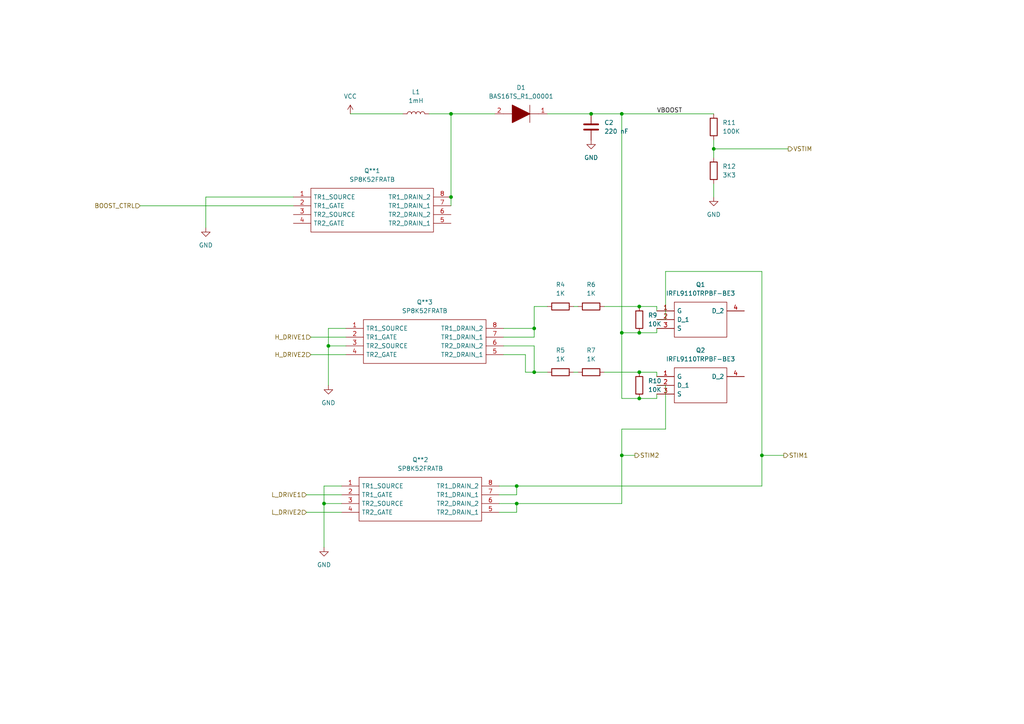
<source format=kicad_sch>
(kicad_sch (version 20211123) (generator eeschema)
  (paper "A4")
  (lib_symbols
    (symbol "Device:C" (pin_numbers hide) (pin_names (offset 0.254))
      (property "Reference" "C" (at 0.635 2.54 0))
      (property "Value" "C" (at 0.635 -2.54 0))
      (symbol "C_0_1"
        (polyline (pts (xy -2.032 -0.762) (xy 2.032 -0.762)) (stroke (width 0.508)))
        (polyline (pts (xy -2.032 0.762) (xy 2.032 0.762)) (stroke (width 0.508)))
      )
      (symbol "C_1_1"
        (pin passive line (at 0 3.81 270) (length 2.794) (name "~") (number "1"))
        (pin passive line (at 0 -3.81 90) (length 2.794) (name "~") (number "2"))
      )
    )
    (symbol "Device:L" (pin_numbers hide) (pin_names (offset 1.016) hide)
      (property "Reference" "L" (at -1.27 0 90))
      (property "Value" "L" (at 1.905 0 90))
      (symbol "L_0_1"
        (arc (start 0 -2.54) (mid 0.635 -1.905) (end 0 -1.27))
        (arc (start 0 -1.27) (mid 0.635 -0.635) (end 0 0))
        (arc (start 0 0) (mid 0.635 0.635) (end 0 1.27))
        (arc (start 0 1.27) (mid 0.635 1.905) (end 0 2.54))
      )
      (symbol "L_1_1"
        (pin passive line (at 0 3.81 270) (length 1.27) (name "1") (number "1"))
        (pin passive line (at 0 -3.81 90) (length 1.27) (name "2") (number "2"))
      )
    )
    (symbol "Device:R" (pin_numbers hide) (pin_names (offset 0))
      (property "Reference" "R" (at 2.032 0 90))
      (property "Value" "R" (at 0 0 90))
      (symbol "R_0_1"
        (rectangle (start -1.016 -2.54) (end 1.016 2.54) (stroke (width 0.254)))
      )
      (symbol "R_1_1"
        (pin passive line (at 0 3.81 270) (length 1.27) (name "~") (number "1"))
        (pin passive line (at 0 -3.81 90) (length 1.27) (name "~") (number "2"))
      )
    )
    (symbol "Library:BAS16TS_R1_00001" (pin_names (offset 0.762))
      (property "Reference" "D1" (at 3.81 -6.3499 90))
      (property "Value" "BAS16TS_R1_00001" (at 3.81 -8.8899 90))
      (symbol "BAS16TS_R1_00001_0_0"
        (pin passive line (at 0 0 0) (length 2.54) (name "~") (number "1"))
        (pin passive line (at 15.24 0 180) (length 2.54) (name "~") (number "2"))
      )
      (symbol "BAS16TS_R1_00001_0_1"
        (polyline (pts (xy 2.54 0) (xy 5.08 0)) (stroke (width 0.1524)))
        (polyline (pts (xy 5.08 2.54) (xy 5.08 -2.54)) (stroke (width 0.1524)))
        (polyline (pts (xy 10.16 0) (xy 12.7 0)) (stroke (width 0.1524)))
        (polyline (pts (xy 5.08 0) (xy 10.16 2.54) (xy 10.16 -2.54) (xy 5.08 0)) (stroke (width 0.254)) (fill (type outline)))
      )
    )
    (symbol "Library:IRFL9110TRPBF-BE3" (pin_names (offset 0.762))
      (property "Reference" "Q" (at 21.59 7.62 0))
      (property "Value" "IRFL9110TRPBF-BE3" (at 21.59 5.08 0))
      (symbol "IRFL9110TRPBF-BE3_0_0"
        (pin passive line (at 0 0 0) (length 5.08) (name "G") (number "1"))
        (pin passive line (at 0 -2.54 0) (length 5.08) (name "D_1") (number "2"))
        (pin passive line (at 0 -5.08 0) (length 5.08) (name "S") (number "3"))
        (pin passive line (at 25.4 0 180) (length 5.08) (name "D_2") (number "4"))
      )
      (symbol "IRFL9110TRPBF-BE3_0_1"
        (polyline (pts (xy 5.08 2.54) (xy 20.32 2.54) (xy 20.32 -7.62) (xy 5.08 -7.62) (xy 5.08 2.54)) (stroke (width 0.1524)))
      )
    )
    (symbol "Library:SP8K52FRATB" (pin_names (offset 0.762))
      (property "Reference" "Q**" (at 22.86 7.62 0))
      (property "Value" "SP8K52FRATB" (at 22.86 5.08 0))
      (symbol "SP8K52FRATB_0_0"
        (pin passive line (at 0 0 0) (length 5.08) (name "TR1_SOURCE") (number "1"))
        (pin passive line (at 0 -2.54 0) (length 5.08) (name "TR1_GATE") (number "2"))
        (pin passive line (at 0 -5.08 0) (length 5.08) (name "TR2_SOURCE") (number "3"))
        (pin passive line (at 0 -7.62 0) (length 5.08) (name "TR2_GATE") (number "4"))
        (pin passive line (at 45.72 -7.62 180) (length 5.08) (name "TR2_DRAIN_1") (number "5"))
        (pin passive line (at 45.72 -5.08 180) (length 5.08) (name "TR2_DRAIN_2") (number "6"))
        (pin passive line (at 45.72 -2.54 180) (length 5.08) (name "TR1_DRAIN_1") (number "7"))
        (pin passive line (at 45.72 0 180) (length 5.08) (name "TR1_DRAIN_2") (number "8"))
      )
      (symbol "SP8K52FRATB_0_1"
        (polyline (pts (xy 5.08 2.54) (xy 40.64 2.54) (xy 40.64 -10.16) (xy 5.08 -10.16) (xy 5.08 2.54)) (stroke (width 0.1524)))
      )
    )
    (symbol "power:GND" (power) (pin_names (offset 0))
      (property "Value" "GND" (at 0 -3.81 0))
      (symbol "GND_0_1"
        (polyline (pts (xy 0 0) (xy 0 -1.27) (xy 1.27 -1.27) (xy 0 -2.54) (xy -1.27 -1.27) (xy 0 -1.27)))
      )
      (symbol "GND_1_1"
        (pin power_in line (at 0 0 270) (length 0) hide (name "GND") (number "1"))
      )
    )
    (symbol "power:VCC" (power) (pin_names (offset 0))
      (property "Value" "VCC" (at 0 3.81 0))
      (symbol "VCC_0_1"
        (polyline (pts (xy -0.762 1.27) (xy 0 2.54)))
        (polyline (pts (xy 0 0) (xy 0 2.54)))
        (polyline (pts (xy 0 2.54) (xy 0.762 1.27)))
      )
      (symbol "VCC_1_1"
        (pin power_in line (at 0 0 90) (length 0) hide (name "VCC") (number "1"))
      )
    )
  )
  (junction (at 185.42 96.52))
  (junction (at 95.25 100.33))
  (junction (at 149.86 140.97))
  (junction (at 180.34 96.52))
  (junction (at 154.94 107.95))
  (junction (at 149.86 146.05))
  (junction (at 154.94 95.25))
  (junction (at 130.81 57.15))
  (junction (at 130.81 33.02))
  (junction (at 185.42 115.57))
  (junction (at 207.01 43.18))
  (junction (at 185.42 107.95))
  (junction (at 185.42 88.9))
  (junction (at 180.34 33.02))
  (junction (at 171.45 33.02))
  (junction (at 180.34 132.08))
  (junction (at 220.98 132.08))
  (junction (at 93.98 146.05))
  (wire (pts (xy 59.69 57.15) (xy 59.69 66.04)))
  (wire (pts (xy 190.5 107.95) (xy 190.5 109.22)))
  (wire (pts (xy 154.94 95.25) (xy 154.94 97.79)))
  (wire (pts (xy 166.37 88.9) (xy 167.64 88.9)))
  (wire (pts (xy 207.01 43.18) (xy 207.01 45.72)))
  (wire (pts (xy 93.98 158.75) (xy 93.98 146.05)))
  (wire (pts (xy 88.9 143.51) (xy 99.06 143.51)))
  (wire (pts (xy 95.25 100.33) (xy 100.33 100.33)))
  (wire (pts (xy 88.9 148.59) (xy 99.06 148.59)))
  (wire (pts (xy 180.34 33.02) (xy 180.34 96.52)))
  (wire (pts (xy 190.5 111.76) (xy 193.04 111.76)))
  (wire (pts (xy 130.81 33.02) (xy 143.51 33.02)))
  (wire (pts (xy 154.94 88.9) (xy 158.75 88.9)))
  (wire (pts (xy 146.05 95.25) (xy 154.94 95.25)))
  (wire (pts (xy 180.34 115.57) (xy 185.42 115.57)))
  (wire (pts (xy 144.78 140.97) (xy 149.86 140.97)))
  (wire (pts (xy 95.25 95.25) (xy 95.25 100.33)))
  (wire (pts (xy 152.4 107.95) (xy 152.4 102.87)))
  (wire (pts (xy 175.26 107.95) (xy 185.42 107.95)))
  (wire (pts (xy 124.46 33.02) (xy 130.81 33.02)))
  (wire (pts (xy 193.04 111.76) (xy 193.04 124.46)))
  (wire (pts (xy 93.98 146.05) (xy 99.06 146.05)))
  (wire (pts (xy 154.94 107.95) (xy 158.75 107.95)))
  (wire (pts (xy 193.04 92.71) (xy 193.04 78.74)))
  (wire (pts (xy 171.45 33.02) (xy 180.34 33.02)))
  (wire (pts (xy 95.25 100.33) (xy 95.25 111.76)))
  (wire (pts (xy 185.42 96.52) (xy 190.5 96.52)))
  (wire (pts (xy 149.86 146.05) (xy 180.34 146.05)))
  (wire (pts (xy 190.5 114.3) (xy 190.5 115.57)))
  (wire (pts (xy 100.33 95.25) (xy 95.25 95.25)))
  (wire (pts (xy 149.86 143.51) (xy 149.86 140.97)))
  (wire (pts (xy 154.94 107.95) (xy 152.4 107.95)))
  (wire (pts (xy 130.81 57.15) (xy 130.81 59.69)))
  (wire (pts (xy 190.5 88.9) (xy 190.5 90.17)))
  (wire (pts (xy 93.98 140.97) (xy 99.06 140.97)))
  (wire (pts (xy 180.34 124.46) (xy 180.34 132.08)))
  (wire (pts (xy 93.98 146.05) (xy 93.98 140.97)))
  (wire (pts (xy 152.4 102.87) (xy 146.05 102.87)))
  (wire (pts (xy 220.98 140.97) (xy 220.98 132.08)))
  (wire (pts (xy 40.64 59.69) (xy 85.09 59.69)))
  (wire (pts (xy 90.17 102.87) (xy 100.33 102.87)))
  (wire (pts (xy 149.86 148.59) (xy 149.86 146.05)))
  (wire (pts (xy 144.78 148.59) (xy 149.86 148.59)))
  (wire (pts (xy 146.05 100.33) (xy 154.94 100.33)))
  (wire (pts (xy 220.98 132.08) (xy 227.33 132.08)))
  (wire (pts (xy 180.34 146.05) (xy 180.34 132.08)))
  (wire (pts (xy 220.98 78.74) (xy 220.98 132.08)))
  (wire (pts (xy 175.26 88.9) (xy 185.42 88.9)))
  (wire (pts (xy 180.34 96.52) (xy 180.34 115.57)))
  (wire (pts (xy 180.34 132.08) (xy 184.15 132.08)))
  (wire (pts (xy 101.6 33.02) (xy 116.84 33.02)))
  (wire (pts (xy 130.81 33.02) (xy 130.81 57.15)))
  (wire (pts (xy 180.34 124.46) (xy 193.04 124.46)))
  (wire (pts (xy 90.17 97.79) (xy 100.33 97.79)))
  (wire (pts (xy 154.94 97.79) (xy 146.05 97.79)))
  (wire (pts (xy 149.86 140.97) (xy 220.98 140.97)))
  (wire (pts (xy 144.78 146.05) (xy 149.86 146.05)))
  (wire (pts (xy 190.5 96.52) (xy 190.5 95.25)))
  (wire (pts (xy 144.78 143.51) (xy 149.86 143.51)))
  (wire (pts (xy 185.42 88.9) (xy 190.5 88.9)))
  (wire (pts (xy 180.34 96.52) (xy 185.42 96.52)))
  (wire (pts (xy 85.09 57.15) (xy 59.69 57.15)))
  (wire (pts (xy 193.04 78.74) (xy 220.98 78.74)))
  (wire (pts (xy 207.01 40.64) (xy 207.01 43.18)))
  (wire (pts (xy 180.34 33.02) (xy 207.01 33.02)))
  (wire (pts (xy 190.5 92.71) (xy 193.04 92.71)))
  (wire (pts (xy 207.01 53.34) (xy 207.01 57.15)))
  (wire (pts (xy 154.94 107.95) (xy 154.94 100.33)))
  (wire (pts (xy 154.94 88.9) (xy 154.94 95.25)))
  (wire (pts (xy 158.75 33.02) (xy 171.45 33.02)))
  (wire (pts (xy 207.01 43.18) (xy 228.6 43.18)))
  (wire (pts (xy 185.42 107.95) (xy 190.5 107.95)))
  (wire (pts (xy 166.37 107.95) (xy 167.64 107.95)))
  (wire (pts (xy 185.42 115.57) (xy 190.5 115.57)))
  (label "VBOOST" (at 190.5 33.02 0))
  (hierarchical_label "H_DRIVE2" (shape input) (at 90.17 102.87 180))
  (hierarchical_label "L_DRIVE2" (shape input) (at 88.9 148.59 180))
  (hierarchical_label "BOOST_CTRL" (shape input) (at 40.64 59.69 180))
  (hierarchical_label "VSTIM" (shape output) (at 228.6 43.18 0))
  (hierarchical_label "STIM2" (shape output) (at 184.15 132.08 0))
  (hierarchical_label "H_DRIVE1" (shape input) (at 90.17 97.79 180))
  (hierarchical_label "L_DRIVE1" (shape input) (at 88.9 143.51 180))
  (hierarchical_label "STIM1" (shape output) (at 227.33 132.08 0))
  (symbol (lib_id "Device:R") (at 207.01 36.83 0) (unit 1)
    (property "Reference" "R11" (at 209.55 35.5599 0) (effects (justify left)))
    (property "Value" "100K" (at 209.55 38.0999 0) (effects (justify left)))
    (property "Footprint" "Resistor_SMD:R_1206_3216Metric_Pad1.30x1.75mm_HandSolder" (effects hide))
  )
  (symbol (lib_id "Library:BAS16TS_R1_00001") (at 158.75 33.02 180) (unit 1)
    (property "Reference" "D1" (at 151.13 25.4 0))
    (property "Value" "BAS16TS_R1_00001" (at 151.13 27.94 0))
    (property "Footprint" "Library:BAS16TS_R1_00001" (effects hide))
    (property "Datasheet" "https://eu.mouser.com/datasheet/2/1057/BAS16TS-1875670.pdf" (effects hide))
    (property "Description" "Diodes - General Purpose, Power, Switching A6/TR/13\"/RoHS/12K/SOD-523/SWI/SOD/USM-02AA/USM02-QI42/PJ///" (effects hide))
    (property "Height" "0.65" (effects hide))
    (property "Manufacturer_Name" "PANJIT" (effects hide))
    (property "Manufacturer_Part_Number" "BAS16TS_R1_00001" (effects hide))
    (property "Mouser Part Number" "241-BAS16TS_R1_00001" (effects hide))
    (property "Mouser Price/Stock" "https://www.mouser.co.uk/ProductDetail/Panjit/BAS16TS_R1_00001?qs=sPbYRqrBIVkk0IRTyt6GmQ%3D%3D" (effects hide))
  )
  (symbol (lib_id "Library:SP8K52FRATB") (at 100.33 95.25 0) (unit 1)
    (property "Reference" "Q**3" (at 123.19 87.63 0))
    (property "Value" "SP8K52FRATB" (at 123.19 90.17 0))
    (property "Footprint" "Library:SP8K52FRATB" (effects hide))
    (property "Datasheet" "https://www.mouser.com/datasheet/2/348/sp8k52fra-e-1266313.pdf" (effects hide))
    (property "Description" "MOSFET Nch+Nch 100V Vds 3A 0.135Rds(on) 8.5Qg" (effects hide))
    (property "Height" "1.75" (effects hide))
    (property "Manufacturer_Name" "ROHM Semiconductor" (effects hide))
    (property "Manufacturer_Part_Number" "SP8K52FRATB" (effects hide))
    (property "Mouser Part Number" "755-SP8K52FRATB" (effects hide))
    (property "Mouser Price/Stock" "https://www.mouser.co.uk/ProductDetail/ROHM-Semiconductor/SP8K52FRATB?qs=4v%252BiZTmLVHHfw5jD3YyJ%252Bg%3D%3D" (effects hide))
  )
  (symbol (lib_id "Device:R") (at 185.42 111.76 0) (unit 1)
    (property "Reference" "R10" (at 187.96 110.4899 0) (effects (justify left)))
    (property "Value" "10K" (at 187.96 113.0299 0) (effects (justify left)))
    (property "Footprint" "Resistor_SMD:R_1206_3216Metric_Pad1.30x1.75mm_HandSolder" (effects hide))
  )
  (symbol (lib_id "power:GND") (at 59.69 66.04 0) (unit 1)
    (property "Reference" "#PWR0115" (effects hide))
    (property "Value" "GND" (at 59.69 71.12 0))
  )
  (symbol (lib_id "power:GND") (at 95.25 111.76 0) (unit 1)
    (property "Reference" "#PWR0116" (effects hide))
    (property "Value" "GND" (at 95.25 116.84 0))
  )
  (symbol (lib_id "Device:L") (at 120.65 33.02 90) (unit 1)
    (property "Reference" "L1" (at 120.65 26.67 90))
    (property "Value" "1mH" (at 120.65 29.21 90))
    (property "Footprint" "Library:LPS6225-105MRC" (effects hide))
  )
  (symbol (lib_id "Library:IRFL9110TRPBF-BE3") (at 190.5 109.22 0) (unit 1)
    (property "Reference" "Q2" (at 203.2 101.6 0))
    (property "Value" "IRFL9110TRPBF-BE3" (at 203.2 104.14 0))
    (property "Footprint" "Library:IRFL9110TRPBF-BE3" (effects hide))
    (property "Datasheet" "https://www.vishay.com/docs/91196/sihfl911.pdf" (effects hide))
    (property "Description" "MOSFET 100V P-CH MOSFET (D-S)" (effects hide))
    (property "Height" "1.8" (effects hide))
    (property "Mouser Part Number" "78-IRFL9110TRPBF-BE3" (effects hide))
    (property "Mouser Price/Stock" "https://www.mouser.co.uk/ProductDetail/Vishay-Siliconix/IRFL9110TRPBF-BE3?qs=7MVldsJ5UaxpERaG2Aoxtg%3D%3D" (effects hide))
    (property "Manufacturer_Name" "Vishay" (effects hide))
    (property "Manufacturer_Part_Number" "IRFL9110TRPBF-BE3" (effects hide))
  )
  (symbol (lib_id "Device:C") (at 171.45 36.83 0) (unit 1)
    (property "Reference" "C2" (at 175.26 35.5599 0) (effects (justify left)))
    (property "Value" "220 nF" (at 175.26 38.0999 0) (effects (justify left)))
    (property "Footprint" "Capacitor_SMD:C_1206_3216Metric_Pad1.33x1.80mm_HandSolder" (effects hide))
  )
  (symbol (lib_id "Library:SP8K52FRATB") (at 85.09 57.15 0) (unit 1)
    (property "Reference" "Q**1" (at 107.95 49.53 0))
    (property "Value" "SP8K52FRATB" (at 107.95 52.07 0))
    (property "Footprint" "Library:SP8K52FRATB" (effects hide))
    (property "Datasheet" "https://www.mouser.com/datasheet/2/348/sp8k52fra-e-1266313.pdf" (effects hide))
    (property "Description" "MOSFET Nch+Nch 100V Vds 3A 0.135Rds(on) 8.5Qg" (effects hide))
    (property "Height" "1.75" (effects hide))
    (property "Manufacturer_Name" "ROHM Semiconductor" (effects hide))
    (property "Manufacturer_Part_Number" "SP8K52FRATB" (effects hide))
    (property "Mouser Part Number" "755-SP8K52FRATB" (effects hide))
    (property "Mouser Price/Stock" "https://www.mouser.co.uk/ProductDetail/ROHM-Semiconductor/SP8K52FRATB?qs=4v%252BiZTmLVHHfw5jD3YyJ%252Bg%3D%3D" (effects hide))
  )
  (symbol (lib_id "power:GND") (at 93.98 158.75 0) (unit 1)
    (property "Reference" "#PWR0117" (effects hide))
    (property "Value" "GND" (at 93.98 163.83 0))
  )
  (symbol (lib_id "Device:R") (at 171.45 88.9 270) (unit 1)
    (property "Reference" "R6" (at 171.45 82.55 90))
    (property "Value" "1K" (at 171.45 85.09 90))
    (property "Footprint" "Resistor_SMD:R_1206_3216Metric_Pad1.30x1.75mm_HandSolder" (effects hide))
  )
  (symbol (lib_id "Library:IRFL9110TRPBF-BE3") (at 190.5 90.17 0) (unit 1)
    (property "Reference" "Q1" (at 203.2 82.55 0))
    (property "Value" "IRFL9110TRPBF-BE3" (at 203.2 85.09 0))
    (property "Footprint" "Library:IRFL9110TRPBF-BE3" (effects hide))
    (property "Datasheet" "https://www.vishay.com/docs/91196/sihfl911.pdf" (effects hide))
    (property "Description" "MOSFET 100V P-CH MOSFET (D-S)" (effects hide))
    (property "Height" "1.8" (effects hide))
    (property "Mouser Part Number" "78-IRFL9110TRPBF-BE3" (effects hide))
    (property "Mouser Price/Stock" "https://www.mouser.co.uk/ProductDetail/Vishay-Siliconix/IRFL9110TRPBF-BE3?qs=7MVldsJ5UaxpERaG2Aoxtg%3D%3D" (effects hide))
    (property "Manufacturer_Name" "Vishay" (effects hide))
    (property "Manufacturer_Part_Number" "IRFL9110TRPBF-BE3" (effects hide))
  )
  (symbol (lib_id "power:VCC") (at 101.6 33.02 0) (unit 1)
    (property "Reference" "#PWR0114" (effects hide))
    (property "Value" "VCC" (at 101.6 27.94 0))
  )
  (symbol (lib_id "Device:R") (at 162.56 88.9 270) (unit 1)
    (property "Reference" "R4" (at 162.56 82.55 90))
    (property "Value" "1K" (at 162.56 85.09 90))
    (property "Footprint" "Resistor_SMD:R_1206_3216Metric_Pad1.30x1.75mm_HandSolder" (effects hide))
  )
  (symbol (lib_id "Device:R") (at 185.42 92.71 0) (unit 1)
    (property "Reference" "R9" (at 187.96 91.4399 0) (effects (justify left)))
    (property "Value" "10K" (at 187.96 93.9799 0) (effects (justify left)))
    (property "Footprint" "Resistor_SMD:R_1206_3216Metric_Pad1.30x1.75mm_HandSolder" (effects hide))
  )
  (symbol (lib_id "Device:R") (at 162.56 107.95 270) (unit 1)
    (property "Reference" "R5" (at 162.56 101.6 90))
    (property "Value" "1K" (at 162.56 104.14 90))
    (property "Footprint" "Resistor_SMD:R_1206_3216Metric_Pad1.30x1.75mm_HandSolder" (effects hide))
  )
  (symbol (lib_id "Device:R") (at 171.45 107.95 270) (unit 1)
    (property "Reference" "R7" (at 171.45 101.6 90))
    (property "Value" "1K" (at 171.45 104.14 90))
    (property "Footprint" "Resistor_SMD:R_1206_3216Metric_Pad1.30x1.75mm_HandSolder" (effects hide))
  )
  (symbol (lib_id "power:GND") (at 207.01 57.15 0) (unit 1)
    (property "Reference" "#PWR0118" (effects hide))
    (property "Value" "GND" (at 207.01 62.23 0))
  )
  (symbol (lib_id "power:GND") (at 171.45 40.64 0) (unit 1)
    (property "Reference" "#PWR0113" (effects hide))
    (property "Value" "GND" (at 171.45 45.72 0))
  )
  (symbol (lib_id "Device:R") (at 207.01 49.53 0) (unit 1)
    (property "Reference" "R12" (at 209.55 48.2599 0) (effects (justify left)))
    (property "Value" "3K3" (at 209.55 50.7999 0) (effects (justify left)))
    (property "Footprint" "Resistor_SMD:R_1206_3216Metric_Pad1.30x1.75mm_HandSolder" (effects hide))
  )
  (symbol (lib_id "Library:SP8K52FRATB") (at 99.06 140.97 0) (unit 1)
    (property "Reference" "Q**2" (at 121.92 133.35 0))
    (property "Value" "SP8K52FRATB" (at 121.92 135.89 0))
    (property "Footprint" "Library:SP8K52FRATB" (effects hide))
    (property "Datasheet" "https://www.mouser.com/datasheet/2/348/sp8k52fra-e-1266313.pdf" (effects hide))
    (property "Description" "MOSFET Nch+Nch 100V Vds 3A 0.135Rds(on) 8.5Qg" (effects hide))
    (property "Height" "1.75" (effects hide))
    (property "Manufacturer_Name" "ROHM Semiconductor" (effects hide))
    (property "Manufacturer_Part_Number" "SP8K52FRATB" (effects hide))
    (property "Mouser Part Number" "755-SP8K52FRATB" (effects hide))
    (property "Mouser Price/Stock" "https://www.mouser.co.uk/ProductDetail/ROHM-Semiconductor/SP8K52FRATB?qs=4v%252BiZTmLVHHfw5jD3YyJ%252Bg%3D%3D" (effects hide))
  )
)
</source>
